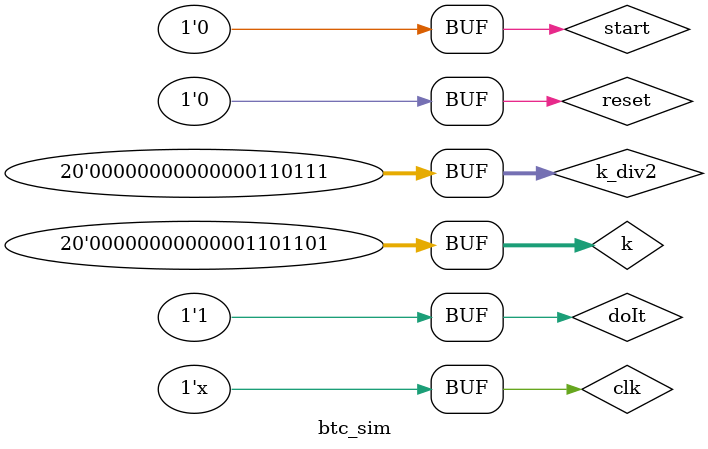
<source format=v>
`timescale 1ns / 1ps


module btc_sim;

	// Inputs
	reg start;
	reg [19:0] k;
	reg [19:0] k_div2;
	reg doIt;
	reg clk;
	reg reset;

	// Outputs
	wire BTU;

	// Instantiate the Unit Under Test (UUT)
	BitTimeCounterReceive uut (
		.start(start), 
		.k(k), 
		.k_div2(k_div2), 
		.doIt(doIt), 
		.clk(clk), 
		.reset(reset), 
		.BTU(BTU)
	);
	always #5 clk = ~clk;
	initial begin
		// Initialize Inputs
		start = 0;	k = 0; k_div2 = 0; doIt = 0;	clk = 0;	reset = 0;
		k = 109; k_div2 = 55;
		reset = 1; #100; reset =0;
		doIt = 1;
		// Wait 100 ns for global reset to finish
		#100;
        
		// Add stimulus here

	end
      
endmodule


</source>
